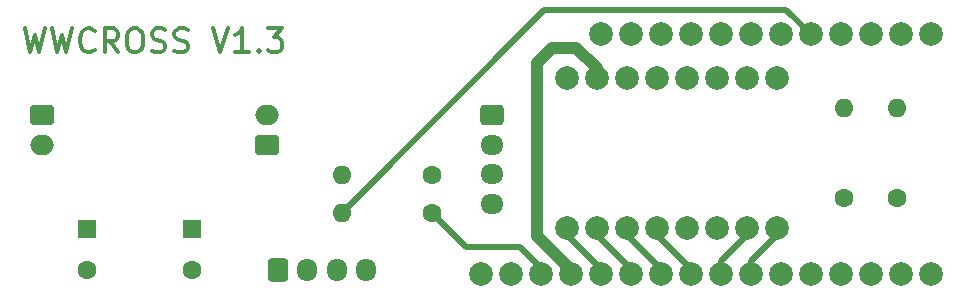
<source format=gbr>
%TF.GenerationSoftware,KiCad,Pcbnew,9.0.0*%
%TF.CreationDate,2025-05-11T09:44:17-05:00*%
%TF.ProjectId,Watch Winder,57617463-6820-4576-996e-6465722e6b69,rev?*%
%TF.SameCoordinates,Original*%
%TF.FileFunction,Copper,L1,Top*%
%TF.FilePolarity,Positive*%
%FSLAX46Y46*%
G04 Gerber Fmt 4.6, Leading zero omitted, Abs format (unit mm)*
G04 Created by KiCad (PCBNEW 9.0.0) date 2025-05-11 09:44:17*
%MOMM*%
%LPD*%
G01*
G04 APERTURE LIST*
G04 Aperture macros list*
%AMRoundRect*
0 Rectangle with rounded corners*
0 $1 Rounding radius*
0 $2 $3 $4 $5 $6 $7 $8 $9 X,Y pos of 4 corners*
0 Add a 4 corners polygon primitive as box body*
4,1,4,$2,$3,$4,$5,$6,$7,$8,$9,$2,$3,0*
0 Add four circle primitives for the rounded corners*
1,1,$1+$1,$2,$3*
1,1,$1+$1,$4,$5*
1,1,$1+$1,$6,$7*
1,1,$1+$1,$8,$9*
0 Add four rect primitives between the rounded corners*
20,1,$1+$1,$2,$3,$4,$5,0*
20,1,$1+$1,$4,$5,$6,$7,0*
20,1,$1+$1,$6,$7,$8,$9,0*
20,1,$1+$1,$8,$9,$2,$3,0*%
G04 Aperture macros list end*
%ADD10C,0.300000*%
%TA.AperFunction,NonConductor*%
%ADD11C,0.300000*%
%TD*%
%TA.AperFunction,ComponentPad*%
%ADD12RoundRect,0.250000X-0.725000X0.600000X-0.725000X-0.600000X0.725000X-0.600000X0.725000X0.600000X0*%
%TD*%
%TA.AperFunction,ComponentPad*%
%ADD13O,1.950000X1.700000*%
%TD*%
%TA.AperFunction,ComponentPad*%
%ADD14R,1.600000X1.600000*%
%TD*%
%TA.AperFunction,ComponentPad*%
%ADD15C,1.600000*%
%TD*%
%TA.AperFunction,ComponentPad*%
%ADD16C,2.000000*%
%TD*%
%TA.AperFunction,ComponentPad*%
%ADD17O,1.600000X1.600000*%
%TD*%
%TA.AperFunction,ComponentPad*%
%ADD18RoundRect,0.250000X-0.750000X0.600000X-0.750000X-0.600000X0.750000X-0.600000X0.750000X0.600000X0*%
%TD*%
%TA.AperFunction,ComponentPad*%
%ADD19O,2.000000X1.700000*%
%TD*%
%TA.AperFunction,ComponentPad*%
%ADD20RoundRect,0.250000X-0.600000X-0.725000X0.600000X-0.725000X0.600000X0.725000X-0.600000X0.725000X0*%
%TD*%
%TA.AperFunction,ComponentPad*%
%ADD21O,1.700000X1.950000*%
%TD*%
%TA.AperFunction,ComponentPad*%
%ADD22RoundRect,0.250000X0.750000X-0.600000X0.750000X0.600000X-0.750000X0.600000X-0.750000X-0.600000X0*%
%TD*%
%TA.AperFunction,Conductor*%
%ADD23C,1.000000*%
%TD*%
%TA.AperFunction,Conductor*%
%ADD24C,0.500000*%
%TD*%
G04 APERTURE END LIST*
D10*
D11*
X109068082Y-62509638D02*
X109544272Y-64509638D01*
X109544272Y-64509638D02*
X109925225Y-63081066D01*
X109925225Y-63081066D02*
X110306177Y-64509638D01*
X110306177Y-64509638D02*
X110782368Y-62509638D01*
X111353796Y-62509638D02*
X111829986Y-64509638D01*
X111829986Y-64509638D02*
X112210939Y-63081066D01*
X112210939Y-63081066D02*
X112591891Y-64509638D01*
X112591891Y-64509638D02*
X113068082Y-62509638D01*
X114972843Y-64319161D02*
X114877605Y-64414400D01*
X114877605Y-64414400D02*
X114591891Y-64509638D01*
X114591891Y-64509638D02*
X114401415Y-64509638D01*
X114401415Y-64509638D02*
X114115700Y-64414400D01*
X114115700Y-64414400D02*
X113925224Y-64223923D01*
X113925224Y-64223923D02*
X113829986Y-64033447D01*
X113829986Y-64033447D02*
X113734748Y-63652495D01*
X113734748Y-63652495D02*
X113734748Y-63366780D01*
X113734748Y-63366780D02*
X113829986Y-62985828D01*
X113829986Y-62985828D02*
X113925224Y-62795352D01*
X113925224Y-62795352D02*
X114115700Y-62604876D01*
X114115700Y-62604876D02*
X114401415Y-62509638D01*
X114401415Y-62509638D02*
X114591891Y-62509638D01*
X114591891Y-62509638D02*
X114877605Y-62604876D01*
X114877605Y-62604876D02*
X114972843Y-62700114D01*
X116972843Y-64509638D02*
X116306176Y-63557257D01*
X115829986Y-64509638D02*
X115829986Y-62509638D01*
X115829986Y-62509638D02*
X116591891Y-62509638D01*
X116591891Y-62509638D02*
X116782367Y-62604876D01*
X116782367Y-62604876D02*
X116877605Y-62700114D01*
X116877605Y-62700114D02*
X116972843Y-62890590D01*
X116972843Y-62890590D02*
X116972843Y-63176304D01*
X116972843Y-63176304D02*
X116877605Y-63366780D01*
X116877605Y-63366780D02*
X116782367Y-63462019D01*
X116782367Y-63462019D02*
X116591891Y-63557257D01*
X116591891Y-63557257D02*
X115829986Y-63557257D01*
X118210938Y-62509638D02*
X118591891Y-62509638D01*
X118591891Y-62509638D02*
X118782367Y-62604876D01*
X118782367Y-62604876D02*
X118972843Y-62795352D01*
X118972843Y-62795352D02*
X119068081Y-63176304D01*
X119068081Y-63176304D02*
X119068081Y-63842971D01*
X119068081Y-63842971D02*
X118972843Y-64223923D01*
X118972843Y-64223923D02*
X118782367Y-64414400D01*
X118782367Y-64414400D02*
X118591891Y-64509638D01*
X118591891Y-64509638D02*
X118210938Y-64509638D01*
X118210938Y-64509638D02*
X118020462Y-64414400D01*
X118020462Y-64414400D02*
X117829986Y-64223923D01*
X117829986Y-64223923D02*
X117734748Y-63842971D01*
X117734748Y-63842971D02*
X117734748Y-63176304D01*
X117734748Y-63176304D02*
X117829986Y-62795352D01*
X117829986Y-62795352D02*
X118020462Y-62604876D01*
X118020462Y-62604876D02*
X118210938Y-62509638D01*
X119829986Y-64414400D02*
X120115700Y-64509638D01*
X120115700Y-64509638D02*
X120591891Y-64509638D01*
X120591891Y-64509638D02*
X120782367Y-64414400D01*
X120782367Y-64414400D02*
X120877605Y-64319161D01*
X120877605Y-64319161D02*
X120972843Y-64128685D01*
X120972843Y-64128685D02*
X120972843Y-63938209D01*
X120972843Y-63938209D02*
X120877605Y-63747733D01*
X120877605Y-63747733D02*
X120782367Y-63652495D01*
X120782367Y-63652495D02*
X120591891Y-63557257D01*
X120591891Y-63557257D02*
X120210938Y-63462019D01*
X120210938Y-63462019D02*
X120020462Y-63366780D01*
X120020462Y-63366780D02*
X119925224Y-63271542D01*
X119925224Y-63271542D02*
X119829986Y-63081066D01*
X119829986Y-63081066D02*
X119829986Y-62890590D01*
X119829986Y-62890590D02*
X119925224Y-62700114D01*
X119925224Y-62700114D02*
X120020462Y-62604876D01*
X120020462Y-62604876D02*
X120210938Y-62509638D01*
X120210938Y-62509638D02*
X120687129Y-62509638D01*
X120687129Y-62509638D02*
X120972843Y-62604876D01*
X121734748Y-64414400D02*
X122020462Y-64509638D01*
X122020462Y-64509638D02*
X122496653Y-64509638D01*
X122496653Y-64509638D02*
X122687129Y-64414400D01*
X122687129Y-64414400D02*
X122782367Y-64319161D01*
X122782367Y-64319161D02*
X122877605Y-64128685D01*
X122877605Y-64128685D02*
X122877605Y-63938209D01*
X122877605Y-63938209D02*
X122782367Y-63747733D01*
X122782367Y-63747733D02*
X122687129Y-63652495D01*
X122687129Y-63652495D02*
X122496653Y-63557257D01*
X122496653Y-63557257D02*
X122115700Y-63462019D01*
X122115700Y-63462019D02*
X121925224Y-63366780D01*
X121925224Y-63366780D02*
X121829986Y-63271542D01*
X121829986Y-63271542D02*
X121734748Y-63081066D01*
X121734748Y-63081066D02*
X121734748Y-62890590D01*
X121734748Y-62890590D02*
X121829986Y-62700114D01*
X121829986Y-62700114D02*
X121925224Y-62604876D01*
X121925224Y-62604876D02*
X122115700Y-62509638D01*
X122115700Y-62509638D02*
X122591891Y-62509638D01*
X122591891Y-62509638D02*
X122877605Y-62604876D01*
X124972844Y-62509638D02*
X125639510Y-64509638D01*
X125639510Y-64509638D02*
X126306177Y-62509638D01*
X128020463Y-64509638D02*
X126877606Y-64509638D01*
X127449034Y-64509638D02*
X127449034Y-62509638D01*
X127449034Y-62509638D02*
X127258558Y-62795352D01*
X127258558Y-62795352D02*
X127068082Y-62985828D01*
X127068082Y-62985828D02*
X126877606Y-63081066D01*
X128877606Y-64319161D02*
X128972844Y-64414400D01*
X128972844Y-64414400D02*
X128877606Y-64509638D01*
X128877606Y-64509638D02*
X128782368Y-64414400D01*
X128782368Y-64414400D02*
X128877606Y-64319161D01*
X128877606Y-64319161D02*
X128877606Y-64509638D01*
X129639511Y-62509638D02*
X130877606Y-62509638D01*
X130877606Y-62509638D02*
X130210939Y-63271542D01*
X130210939Y-63271542D02*
X130496654Y-63271542D01*
X130496654Y-63271542D02*
X130687130Y-63366780D01*
X130687130Y-63366780D02*
X130782368Y-63462019D01*
X130782368Y-63462019D02*
X130877606Y-63652495D01*
X130877606Y-63652495D02*
X130877606Y-64128685D01*
X130877606Y-64128685D02*
X130782368Y-64319161D01*
X130782368Y-64319161D02*
X130687130Y-64414400D01*
X130687130Y-64414400D02*
X130496654Y-64509638D01*
X130496654Y-64509638D02*
X129925225Y-64509638D01*
X129925225Y-64509638D02*
X129734749Y-64414400D01*
X129734749Y-64414400D02*
X129639511Y-64319161D01*
D12*
%TO.P,J4,1,Pin_1*%
%TO.N,Net-(J4-Pin_1)*%
X148590000Y-69850000D03*
D13*
%TO.P,J4,2,Pin_2*%
%TO.N,Net-(J4-Pin_2)*%
X148590000Y-72350000D03*
%TO.P,J4,3,Pin_3*%
%TO.N,Net-(J4-Pin_3)*%
X148590000Y-74850000D03*
%TO.P,J4,4,Pin_4*%
%TO.N,Net-(J4-Pin_4)*%
X148590000Y-77350000D03*
%TD*%
D14*
%TO.P,C2,1*%
%TO.N,Net-(J3-Pin_1)*%
X123190000Y-79500000D03*
D15*
%TO.P,C2,2*%
%TO.N,Net-(J1-Pin_1)*%
X123190000Y-83000000D03*
%TD*%
D16*
%TO.P,U3,1,EN*%
%TO.N,Net-(U2-A0)*%
X154940000Y-79375000D03*
%TO.P,U3,2,MS1*%
%TO.N,Net-(U2-A1)*%
X157480000Y-79375000D03*
%TO.P,U3,3,MS2*%
%TO.N,Net-(U2-A2)*%
X160020000Y-79375000D03*
%TO.P,U3,4,PDN*%
%TO.N,Net-(U2-A3)*%
X162560000Y-79375000D03*
%TO.P,U3,5,STDBY*%
%TO.N,Net-(U3-STDBY)*%
X165100000Y-79375000D03*
%TO.P,U3,6,CLK*%
%TO.N,Net-(U3-CLK)*%
X167640000Y-79375000D03*
%TO.P,U3,7,STEP*%
%TO.N,Net-(U2-A4)*%
X170180000Y-79375000D03*
%TO.P,U3,8,DIR*%
%TO.N,Net-(U2-A5)*%
X172720000Y-79375000D03*
%TO.P,U3,9,GNDIO*%
%TO.N,Net-(J1-Pin_1)*%
X172720000Y-66675000D03*
%TO.P,U3,10,VIO*%
%TO.N,Net-(J3-Pin_1)*%
X170180000Y-66675000D03*
%TO.P,U3,11,B2*%
%TO.N,Net-(J4-Pin_4)*%
X167640000Y-66675000D03*
%TO.P,U3,12,B1*%
%TO.N,Net-(J4-Pin_3)*%
X165100000Y-66675000D03*
%TO.P,U3,13,A1*%
%TO.N,Net-(J4-Pin_2)*%
X162560000Y-66675000D03*
%TO.P,U3,14,A2*%
%TO.N,Net-(J4-Pin_1)*%
X160020000Y-66675000D03*
%TO.P,U3,15,GNDM*%
%TO.N,Net-(J1-Pin_1)*%
X157480000Y-66675000D03*
%TO.P,U3,16,VM*%
%TO.N,Net-(J1-Pin_2)*%
X154940000Y-66675000D03*
%TD*%
D15*
%TO.P,R3,1*%
%TO.N,Net-(U3-STDBY)*%
X178435000Y-76835000D03*
D17*
%TO.P,R3,2*%
%TO.N,Net-(J3-Pin_1)*%
X178435000Y-69215000D03*
%TD*%
D18*
%TO.P,J1,1,Pin_1*%
%TO.N,Net-(J1-Pin_1)*%
X110490000Y-69850000D03*
D19*
%TO.P,J1,2,Pin_2*%
%TO.N,Net-(J1-Pin_2)*%
X110490000Y-72350000D03*
%TD*%
D16*
%TO.P,U2,1,RST*%
%TO.N,unconnected-(U2-RST-Pad1)*%
X147655000Y-83320000D03*
%TO.P,U2,2,3.3V*%
%TO.N,unconnected-(U2-3.3V-Pad2)*%
X150195000Y-83320000D03*
%TO.P,U2,3,3.3V*%
%TO.N,Net-(R1-Pad1)*%
X152735000Y-83320000D03*
%TO.P,U2,4,GND*%
%TO.N,Net-(J1-Pin_1)*%
X155275000Y-83320000D03*
%TO.P,U2,5,A0*%
%TO.N,Net-(U2-A0)*%
X157815000Y-83320000D03*
%TO.P,U2,6,A1*%
%TO.N,Net-(U2-A1)*%
X160355000Y-83320000D03*
%TO.P,U2,7,A2*%
%TO.N,Net-(U2-A2)*%
X162895000Y-83320000D03*
%TO.P,U2,8,A3*%
%TO.N,Net-(U2-A3)*%
X165435000Y-83320000D03*
%TO.P,U2,9,A4*%
%TO.N,Net-(U2-A4)*%
X167975000Y-83320000D03*
%TO.P,U2,10,A5*%
%TO.N,Net-(U2-A5)*%
X170515000Y-83320000D03*
%TO.P,U2,11,SCK*%
%TO.N,unconnected-(U2-SCK-Pad11)*%
X173055000Y-83320000D03*
%TO.P,U2,12,MOSI*%
%TO.N,unconnected-(U2-MOSI-Pad12)*%
X175595000Y-83320000D03*
%TO.P,U2,13,MISO*%
%TO.N,unconnected-(U2-MISO-Pad13)*%
X178135000Y-83320000D03*
%TO.P,U2,14,RX*%
%TO.N,unconnected-(U2-RX-Pad14)*%
X180675000Y-83320000D03*
%TO.P,U2,15,TX*%
%TO.N,unconnected-(U2-TX-Pad15)*%
X183215000Y-83320000D03*
%TO.P,U2,16,TXD0*%
%TO.N,unconnected-(U2-TXD0-Pad16)*%
X185755000Y-83320000D03*
%TO.P,U2,17,SDA*%
%TO.N,unconnected-(U2-SDA-Pad17)*%
X185755000Y-63000000D03*
%TO.P,U2,18,SCL*%
%TO.N,unconnected-(U2-SCL-Pad18)*%
X183215000Y-63000000D03*
%TO.P,U2,19,D5*%
%TO.N,unconnected-(U2-D5-Pad19)*%
X180675000Y-63000000D03*
%TO.P,U2,20,D6*%
%TO.N,unconnected-(U2-D6-Pad20)*%
X178135000Y-63000000D03*
%TO.P,U2,21,D9*%
%TO.N,Net-(J2-Pin_4)*%
X175595000Y-63000000D03*
%TO.P,U2,22,D10*%
%TO.N,unconnected-(U2-D10-Pad22)*%
X173055000Y-63000000D03*
%TO.P,U2,23,D11*%
%TO.N,unconnected-(U2-D11-Pad23)*%
X170515000Y-63000000D03*
%TO.P,U2,24,D12*%
%TO.N,unconnected-(U2-D12-Pad24)*%
X167975000Y-63000000D03*
%TO.P,U2,25,D13*%
%TO.N,unconnected-(U2-D13-Pad25)*%
X165435000Y-63000000D03*
%TO.P,U2,26,VBUS*%
%TO.N,unconnected-(U2-VBUS-Pad26)*%
X162895000Y-63000000D03*
%TO.P,U2,27,EN*%
%TO.N,unconnected-(U2-EN-Pad27)*%
X160355000Y-63000000D03*
%TO.P,U2,28,VBAT*%
%TO.N,unconnected-(U2-VBAT-Pad28)*%
X157815000Y-63000000D03*
%TD*%
D14*
%TO.P,C1,1*%
%TO.N,Net-(J1-Pin_2)*%
X114300000Y-79500000D03*
D15*
%TO.P,C1,2*%
%TO.N,Net-(J1-Pin_1)*%
X114300000Y-83000000D03*
%TD*%
%TO.P,R4,1*%
%TO.N,Net-(U3-CLK)*%
X182880000Y-76835000D03*
D17*
%TO.P,R4,2*%
%TO.N,Net-(J3-Pin_1)*%
X182880000Y-69215000D03*
%TD*%
D20*
%TO.P,J2,1,Pin_1*%
%TO.N,Net-(J2-Pin_1)*%
X130500000Y-83000000D03*
D21*
%TO.P,J2,2,Pin_2*%
%TO.N,Net-(J1-Pin_1)*%
X133000000Y-83000000D03*
%TO.P,J2,3,Pin_3*%
X135500000Y-83000000D03*
%TO.P,J2,4,Pin_4*%
%TO.N,Net-(J2-Pin_4)*%
X138000000Y-83000000D03*
%TD*%
D15*
%TO.P,R1,1*%
%TO.N,Net-(R1-Pad1)*%
X143510000Y-78105000D03*
D17*
%TO.P,R1,2*%
%TO.N,Net-(J2-Pin_4)*%
X135890000Y-78105000D03*
%TD*%
D15*
%TO.P,R2,1*%
%TO.N,Net-(R1-Pad1)*%
X143510000Y-74930000D03*
D17*
%TO.P,R2,2*%
%TO.N,Net-(J2-Pin_1)*%
X135890000Y-74930000D03*
%TD*%
D22*
%TO.P,J3,1,Pin_1*%
%TO.N,Net-(J3-Pin_1)*%
X129540000Y-72350000D03*
D19*
%TO.P,J3,2,Pin_2*%
%TO.N,Net-(J1-Pin_1)*%
X129540000Y-69850000D03*
%TD*%
D23*
%TO.N,Net-(J1-Pin_1)*%
X152400000Y-80108229D02*
X155275000Y-82983229D01*
X153670000Y-64135000D02*
X152400000Y-65405000D01*
X152400000Y-65405000D02*
X152400000Y-80108229D01*
X155275000Y-82983229D02*
X155275000Y-83320000D01*
X157480000Y-65844794D02*
X155770206Y-64135000D01*
X157480000Y-66675000D02*
X157480000Y-65844794D01*
X155770206Y-64135000D02*
X153670000Y-64135000D01*
D24*
%TO.N,Net-(J2-Pin_4)*%
X135890000Y-78105000D02*
X153035000Y-60960000D01*
X153035000Y-60960000D02*
X173555000Y-60960000D01*
X173555000Y-60960000D02*
X175595000Y-63000000D01*
%TO.N,Net-(R1-Pad1)*%
X146463313Y-81058313D02*
X150966821Y-81058313D01*
X152735000Y-82826492D02*
X152735000Y-83320000D01*
X150966821Y-81058313D02*
X152735000Y-82826492D01*
X143510000Y-78105000D02*
X146463313Y-81058313D01*
%TO.N,Net-(U2-A1)*%
X160355000Y-82885000D02*
X160355000Y-83320000D01*
X157480000Y-80010000D02*
X160355000Y-82885000D01*
X157480000Y-79375000D02*
X157480000Y-80010000D01*
%TO.N,Net-(U2-A0)*%
X154940000Y-79375000D02*
X154940000Y-80010000D01*
X154940000Y-80010000D02*
X157815000Y-82885000D01*
X157815000Y-82885000D02*
X157815000Y-83320000D01*
%TO.N,Net-(U2-A5)*%
X172720000Y-79375000D02*
X172720000Y-80010000D01*
X172720000Y-80010000D02*
X170515000Y-82215000D01*
X170515000Y-82215000D02*
X170515000Y-83320000D01*
%TO.N,Net-(U2-A4)*%
X167975000Y-82215000D02*
X167975000Y-83320000D01*
X170180000Y-79375000D02*
X170180000Y-80010000D01*
X170180000Y-80010000D02*
X167975000Y-82215000D01*
%TO.N,Net-(U2-A3)*%
X165435000Y-82885000D02*
X165435000Y-83320000D01*
X162560000Y-79375000D02*
X162560000Y-80010000D01*
X162560000Y-80010000D02*
X165435000Y-82885000D01*
%TO.N,Net-(U2-A2)*%
X160020000Y-80010000D02*
X162895000Y-82885000D01*
X160020000Y-79375000D02*
X160020000Y-80010000D01*
X162895000Y-82885000D02*
X162895000Y-83320000D01*
%TD*%
M02*

</source>
